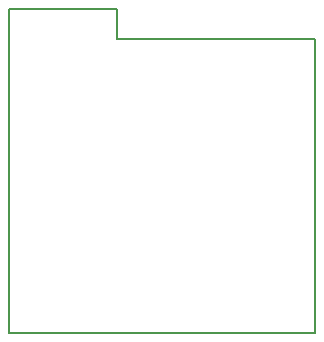
<source format=gbr>
G04 #@! TF.GenerationSoftware,KiCad,Pcbnew,(5.0.1)-rc2*
G04 #@! TF.CreationDate,2018-11-18T17:10:58-07:00*
G04 #@! TF.ProjectId,RPI_zeroW_shield,5250495F7A65726F575F736869656C64,rev?*
G04 #@! TF.SameCoordinates,Original*
G04 #@! TF.FileFunction,Profile,NP*
%FSLAX46Y46*%
G04 Gerber Fmt 4.6, Leading zero omitted, Abs format (unit mm)*
G04 Created by KiCad (PCBNEW (5.0.1)-rc2) date 11/18/2018 5:10:58 PM*
%MOMM*%
%LPD*%
G01*
G04 APERTURE LIST*
%ADD10C,0.200000*%
G04 APERTURE END LIST*
D10*
X125984000Y-54356000D02*
X116840000Y-54356000D01*
X125984000Y-56896000D02*
X125984000Y-54356000D01*
X142748000Y-56896000D02*
X125984000Y-56896000D01*
X142748000Y-81788000D02*
X142748000Y-56896000D01*
X116840000Y-81788000D02*
X142748000Y-81788000D01*
X116840000Y-54356000D02*
X116840000Y-81788000D01*
M02*

</source>
